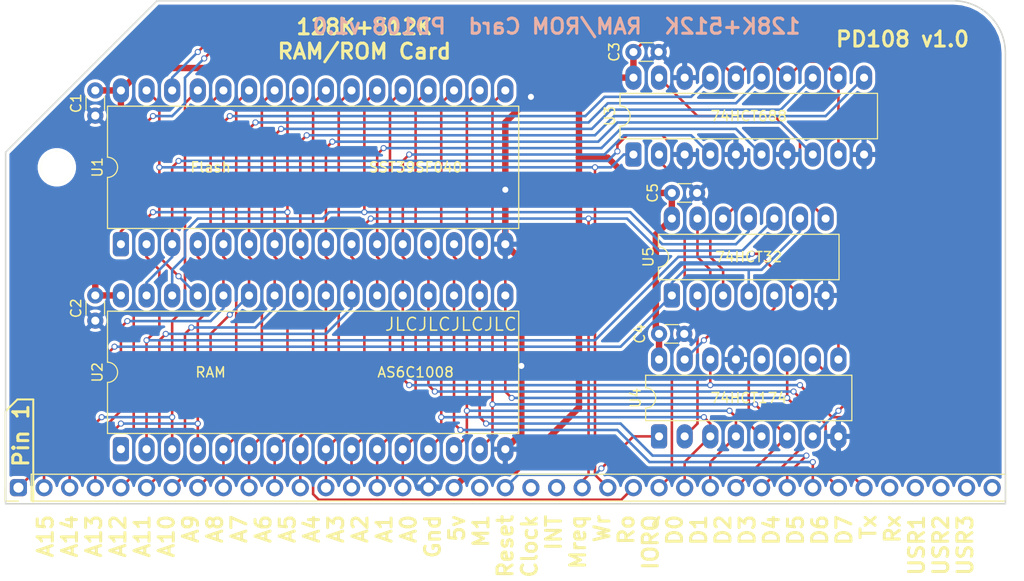
<source format=kicad_pcb>
(kicad_pcb (version 20171130) (host pcbnew "(5.1.9)-1")
  (layers (0 F.Cu signal) (31 B.Cu signal) (36 B.SilkS user) (37 F.SilkS user) (38 B.Mask user) (39 F.Mask user) (44 Edge.Cuts user))
  (net 0 "")
  (net 1 GND)
  (net 2 "Net-(J1-Pad39)")
  (net 3 "Net-(J1-Pad38)")
  (net 4 "Net-(J1-Pad37)")
  (net 5 "Net-(J1-Pad36)")
  (net 6 "Net-(J1-Pad35)")
  (net 7 D7)
  (net 8 D6)
  (net 9 D5)
  (net 10 D4)
  (net 11 D3)
  (net 12 D2)
  (net 13 D1)
  (net 14 D0)
  (net 15 ~IOREQ)
  (net 16 ~RD)
  (net 17 ~WR)
  (net 18 ~RESET)
  (net 19 +5V)
  (net 20 A0)
  (net 21 A1)
  (net 22 A2)
  (net 23 A3)
  (net 24 A4)
  (net 25 A5)
  (net 26 A6)
  (net 27 A7)
  (net 28 "Net-(J1-Pad22)")
  (net 29 "Net-(J1-Pad21)")
  (net 30 ~MREQ)
  (net 31 "Net-(J1-Pad19)")
  (net 32 A8)
  (net 33 A9)
  (net 34 A10)
  (net 35 A11)
  (net 36 A12)
  (net 37 A13)
  (net 38 A14)
  (net 39 A15)
  (net 40 MEM_A17)
  (net 41 ~ROM_CS)
  (net 42 MEM_A15)
  (net 43 MEM_A16)
  (net 44 MEM_A18)
  (net 45 "Net-(U2-Pad1)")
  (net 46 "Net-(U4-Pad12)")
  (net 47 /~CFG_CS)
  (net 48 /~ROM_EN)
  (net 49 /MEM_A16')
  (net 50 /MEM_A15')
  (net 51 /~LMREQ)
  (module Connector_PinHeader_2.54mm:PinHeader_1x39_P2.54mm_Vertical (layer F.Cu) (at 153.67 149.86 90)
    (fp_text reference J1 hide)
    (fp_text value RC2014)
    (pad 39 thru_hole oval (at 0 96.52 90) (size 1.7 1.7) (drill 1) (layers *.Cu *.Mask) (net 2 "Net-(J1-Pad39)"))
    (pad 38 thru_hole oval (at 0 93.98 90) (size 1.7 1.7) (drill 1) (layers *.Cu *.Mask) (net 3 "Net-(J1-Pad38)"))
    (pad 37 thru_hole oval (at 0 91.44 90) (size 1.7 1.7) (drill 1) (layers *.Cu *.Mask) (net 4 "Net-(J1-Pad37)"))
    (pad 36 thru_hole oval (at 0 88.9 90) (size 1.7 1.7) (drill 1) (layers *.Cu *.Mask) (net 5 "Net-(J1-Pad36)"))
    (pad 35 thru_hole oval (at 0 86.36 90) (size 1.7 1.7) (drill 1) (layers *.Cu *.Mask) (net 6 "Net-(J1-Pad35)"))
    (pad 34 thru_hole oval (at 0 83.82 90) (size 1.7 1.7) (drill 1) (layers *.Cu *.Mask) (net 7 D7))
    (pad 33 thru_hole oval (at 0 81.28 90) (size 1.7 1.7) (drill 1) (layers *.Cu *.Mask) (net 8 D6))
    (pad 32 thru_hole oval (at 0 78.74 90) (size 1.7 1.7) (drill 1) (layers *.Cu *.Mask) (net 9 D5))
    (pad 31 thru_hole oval (at 0 76.2 90) (size 1.7 1.7) (drill 1) (layers *.Cu *.Mask) (net 10 D4))
    (pad 30 thru_hole oval (at 0 73.66 90) (size 1.7 1.7) (drill 1) (layers *.Cu *.Mask) (net 11 D3))
    (pad 29 thru_hole oval (at 0 71.12 90) (size 1.7 1.7) (drill 1) (layers *.Cu *.Mask) (net 12 D2))
    (pad 28 thru_hole oval (at 0 68.58 90) (size 1.7 1.7) (drill 1) (layers *.Cu *.Mask) (net 13 D1))
    (pad 27 thru_hole oval (at 0 66.04 90) (size 1.7 1.7) (drill 1) (layers *.Cu *.Mask) (net 14 D0))
    (pad 26 thru_hole oval (at 0 63.5 90) (size 1.7 1.7) (drill 1) (layers *.Cu *.Mask) (net 15 ~IOREQ))
    (pad 25 thru_hole oval (at 0 60.96 90) (size 1.7 1.7) (drill 1) (layers *.Cu *.Mask) (net 16 ~RD))
    (pad 24 thru_hole oval (at 0 58.42 90) (size 1.7 1.7) (drill 1) (layers *.Cu *.Mask) (net 17 ~WR))
    (pad 23 thru_hole oval (at 0 55.88 90) (size 1.7 1.7) (drill 1) (layers *.Cu *.Mask) (net 30 ~MREQ))
    (pad 22 thru_hole oval (at 0 53.34 90) (size 1.7 1.7) (drill 1) (layers *.Cu *.Mask) (net 28 "Net-(J1-Pad22)"))
    (pad 21 thru_hole oval (at 0 50.8 90) (size 1.7 1.7) (drill 1) (layers *.Cu *.Mask) (net 29 "Net-(J1-Pad21)"))
    (pad 20 thru_hole oval (at 0 48.26 90) (size 1.7 1.7) (drill 1) (layers *.Cu *.Mask) (net 18 ~RESET))
    (pad 19 thru_hole oval (at 0 45.72 90) (size 1.7 1.7) (drill 1) (layers *.Cu *.Mask) (net 31 "Net-(J1-Pad19)"))
    (pad 18 thru_hole oval (at 0 43.18 90) (size 1.7 1.7) (drill 1) (layers *.Cu *.Mask) (net 19 +5V))
    (pad 17 thru_hole oval (at 0 40.64 90) (size 1.7 1.7) (drill 1) (layers *.Cu *.Mask) (net 1 GND))
    (pad 16 thru_hole oval (at 0 38.1 90) (size 1.7 1.7) (drill 1) (layers *.Cu *.Mask) (net 20 A0))
    (pad 15 thru_hole oval (at 0 35.56 90) (size 1.7 1.7) (drill 1) (layers *.Cu *.Mask) (net 21 A1))
    (pad 14 thru_hole oval (at 0 33.02 90) (size 1.7 1.7) (drill 1) (layers *.Cu *.Mask) (net 22 A2))
    (pad 13 thru_hole oval (at 0 30.48 90) (size 1.7 1.7) (drill 1) (layers *.Cu *.Mask) (net 23 A3))
    (pad 12 thru_hole oval (at 0 27.94 90) (size 1.7 1.7) (drill 1) (layers *.Cu *.Mask) (net 24 A4))
    (pad 11 thru_hole oval (at 0 25.4 90) (size 1.7 1.7) (drill 1) (layers *.Cu *.Mask) (net 25 A5))
    (pad 10 thru_hole oval (at 0 22.86 90) (size 1.7 1.7) (drill 1) (layers *.Cu *.Mask) (net 26 A6))
    (pad 9 thru_hole oval (at 0 20.32 90) (size 1.7 1.7) (drill 1) (layers *.Cu *.Mask) (net 27 A7))
    (pad 8 thru_hole oval (at 0 17.78 90) (size 1.7 1.7) (drill 1) (layers *.Cu *.Mask) (net 32 A8))
    (pad 7 thru_hole oval (at 0 15.24 90) (size 1.7 1.7) (drill 1) (layers *.Cu *.Mask) (net 33 A9))
    (pad 6 thru_hole oval (at 0 12.7 90) (size 1.7 1.7) (drill 1) (layers *.Cu *.Mask) (net 34 A10))
    (pad 5 thru_hole oval (at 0 10.16 90) (size 1.7 1.7) (drill 1) (layers *.Cu *.Mask) (net 35 A11))
    (pad 4 thru_hole oval (at 0 7.62 90) (size 1.7 1.7) (drill 1) (layers *.Cu *.Mask) (net 36 A12))
    (pad 3 thru_hole oval (at 0 5.08 90) (size 1.7 1.7) (drill 1) (layers *.Cu *.Mask) (net 37 A13))
    (pad 2 thru_hole oval (at 0 2.54 90) (size 1.7 1.7) (drill 1) (layers *.Cu *.Mask) (net 38 A14))
    (pad 1 thru_hole roundrect (at 0 0 90) (size 1.7 1.7) (drill 1) (layers *.Cu *.Mask) (net 39 A15))
  )
  (module Package_DIP:DIP-14_W7.62mm_LongPads (layer F.Cu) (at 218.44 130.81 90)
    (fp_text reference U5 (at 3.81 -2.33 90) (layer F.SilkS))
    (fp_text value 74HCT32 (at 3.81 7.62 180) (layer F.SilkS))
    (pad 14 thru_hole oval (at 7.62 0 90) (size 2.4 1.6) (drill 0.8) (layers *.Cu *.Mask) (net 19 +5V))
    (pad 7 thru_hole oval (at 0 15.24 90) (size 2.4 1.6) (drill 0.8) (layers *.Cu *.Mask) (net 1 GND))
    (pad 13 thru_hole oval (at 7.62 2.54 90) (size 2.4 1.6) (drill 0.8) (layers *.Cu *.Mask) (net 48 /~ROM_EN))
    (pad 6 thru_hole oval (at 0 12.7 90) (size 2.4 1.6) (drill 0.8) (layers *.Cu *.Mask) (net 43 MEM_A16))
    (pad 12 thru_hole oval (at 7.62 5.08 90) (size 2.4 1.6) (drill 0.8) (layers *.Cu *.Mask) (net 51 /~LMREQ))
    (pad 5 thru_hole oval (at 0 10.16 90) (size 2.4 1.6) (drill 0.8) (layers *.Cu *.Mask) (net 49 /MEM_A16'))
    (pad 11 thru_hole oval (at 7.62 7.62 90) (size 2.4 1.6) (drill 0.8) (layers *.Cu *.Mask) (net 41 ~ROM_CS))
    (pad 4 thru_hole oval (at 0 7.62 90) (size 2.4 1.6) (drill 0.8) (layers *.Cu *.Mask) (net 39 A15))
    (pad 10 thru_hole oval (at 7.62 10.16 90) (size 2.4 1.6) (drill 0.8) (layers *.Cu *.Mask) (net 30 ~MREQ))
    (pad 3 thru_hole oval (at 0 5.08 90) (size 2.4 1.6) (drill 0.8) (layers *.Cu *.Mask) (net 42 MEM_A15))
    (pad 9 thru_hole oval (at 7.62 12.7 90) (size 2.4 1.6) (drill 0.8) (layers *.Cu *.Mask) (net 39 A15))
    (pad 2 thru_hole oval (at 0 2.54 90) (size 2.4 1.6) (drill 0.8) (layers *.Cu *.Mask) (net 50 /MEM_A15'))
    (pad 8 thru_hole oval (at 7.62 15.24 90) (size 2.4 1.6) (drill 0.8) (layers *.Cu *.Mask) (net 51 /~LMREQ))
    (pad 1 thru_hole roundrect (at 0 0 90) (size 2.4 1.6) (drill 0.8) (layers *.Cu *.Mask) (net 39 A15))
  )
  (module Package_DIP:DIP-32_W15.24mm_LongPads (layer F.Cu) (at 163.83 125.73 90)
    (fp_text reference U1 (at 7.62 -2.33 90) (layer F.SilkS))
    (fp_text value SST39SF040 (at 7.62 29.21 180) (layer F.SilkS))
    (pad 32 thru_hole oval (at 15.24 0 90) (size 2.4 1.6) (drill 0.8) (layers *.Cu *.Mask) (net 19 +5V))
    (pad 16 thru_hole oval (at 0 38.1 90) (size 2.4 1.6) (drill 0.8) (layers *.Cu *.Mask) (net 1 GND))
    (pad 31 thru_hole oval (at 15.24 2.54 90) (size 2.4 1.6) (drill 0.8) (layers *.Cu *.Mask) (net 17 ~WR))
    (pad 15 thru_hole oval (at 0 35.56 90) (size 2.4 1.6) (drill 0.8) (layers *.Cu *.Mask) (net 12 D2))
    (pad 30 thru_hole oval (at 15.24 5.08 90) (size 2.4 1.6) (drill 0.8) (layers *.Cu *.Mask) (net 40 MEM_A17))
    (pad 14 thru_hole oval (at 0 33.02 90) (size 2.4 1.6) (drill 0.8) (layers *.Cu *.Mask) (net 13 D1))
    (pad 29 thru_hole oval (at 15.24 7.62 90) (size 2.4 1.6) (drill 0.8) (layers *.Cu *.Mask) (net 38 A14))
    (pad 13 thru_hole oval (at 0 30.48 90) (size 2.4 1.6) (drill 0.8) (layers *.Cu *.Mask) (net 14 D0))
    (pad 28 thru_hole oval (at 15.24 10.16 90) (size 2.4 1.6) (drill 0.8) (layers *.Cu *.Mask) (net 37 A13))
    (pad 12 thru_hole oval (at 0 27.94 90) (size 2.4 1.6) (drill 0.8) (layers *.Cu *.Mask) (net 20 A0))
    (pad 27 thru_hole oval (at 15.24 12.7 90) (size 2.4 1.6) (drill 0.8) (layers *.Cu *.Mask) (net 32 A8))
    (pad 11 thru_hole oval (at 0 25.4 90) (size 2.4 1.6) (drill 0.8) (layers *.Cu *.Mask) (net 21 A1))
    (pad 26 thru_hole oval (at 15.24 15.24 90) (size 2.4 1.6) (drill 0.8) (layers *.Cu *.Mask) (net 33 A9))
    (pad 10 thru_hole oval (at 0 22.86 90) (size 2.4 1.6) (drill 0.8) (layers *.Cu *.Mask) (net 22 A2))
    (pad 25 thru_hole oval (at 15.24 17.78 90) (size 2.4 1.6) (drill 0.8) (layers *.Cu *.Mask) (net 35 A11))
    (pad 9 thru_hole oval (at 0 20.32 90) (size 2.4 1.6) (drill 0.8) (layers *.Cu *.Mask) (net 23 A3))
    (pad 24 thru_hole oval (at 15.24 20.32 90) (size 2.4 1.6) (drill 0.8) (layers *.Cu *.Mask) (net 16 ~RD))
    (pad 8 thru_hole oval (at 0 17.78 90) (size 2.4 1.6) (drill 0.8) (layers *.Cu *.Mask) (net 24 A4))
    (pad 23 thru_hole oval (at 15.24 22.86 90) (size 2.4 1.6) (drill 0.8) (layers *.Cu *.Mask) (net 34 A10))
    (pad 7 thru_hole oval (at 0 15.24 90) (size 2.4 1.6) (drill 0.8) (layers *.Cu *.Mask) (net 25 A5))
    (pad 22 thru_hole oval (at 15.24 25.4 90) (size 2.4 1.6) (drill 0.8) (layers *.Cu *.Mask) (net 41 ~ROM_CS))
    (pad 6 thru_hole oval (at 0 12.7 90) (size 2.4 1.6) (drill 0.8) (layers *.Cu *.Mask) (net 26 A6))
    (pad 21 thru_hole oval (at 15.24 27.94 90) (size 2.4 1.6) (drill 0.8) (layers *.Cu *.Mask) (net 7 D7))
    (pad 5 thru_hole oval (at 0 10.16 90) (size 2.4 1.6) (drill 0.8) (layers *.Cu *.Mask) (net 27 A7))
    (pad 20 thru_hole oval (at 15.24 30.48 90) (size 2.4 1.6) (drill 0.8) (layers *.Cu *.Mask) (net 8 D6))
    (pad 4 thru_hole oval (at 0 7.62 90) (size 2.4 1.6) (drill 0.8) (layers *.Cu *.Mask) (net 36 A12))
    (pad 19 thru_hole oval (at 15.24 33.02 90) (size 2.4 1.6) (drill 0.8) (layers *.Cu *.Mask) (net 9 D5))
    (pad 3 thru_hole oval (at 0 5.08 90) (size 2.4 1.6) (drill 0.8) (layers *.Cu *.Mask) (net 42 MEM_A15))
    (pad 18 thru_hole oval (at 15.24 35.56 90) (size 2.4 1.6) (drill 0.8) (layers *.Cu *.Mask) (net 10 D4))
    (pad 2 thru_hole oval (at 0 2.54 90) (size 2.4 1.6) (drill 0.8) (layers *.Cu *.Mask) (net 43 MEM_A16))
    (pad 17 thru_hole oval (at 15.24 38.1 90) (size 2.4 1.6) (drill 0.8) (layers *.Cu *.Mask) (net 11 D3))
    (pad 1 thru_hole roundrect (at 0 0 90) (size 2.4 1.6) (drill 0.8) (layers *.Cu *.Mask) (net 44 MEM_A18))
  )
  (module Package_DIP:DIP-16_W7.62mm_LongPads (layer F.Cu) (at 217.17 144.78 90)
    (fp_text reference U4 (at 3.81 -2.33 90) (layer F.SilkS))
    (fp_text value 74HCT174 (at 3.81 8.89 180) (layer F.SilkS))
    (pad 16 thru_hole oval (at 7.62 0 90) (size 2.4 1.6) (drill 0.8) (layers *.Cu *.Mask) (net 19 +5V))
    (pad 8 thru_hole oval (at 0 17.78 90) (size 2.4 1.6) (drill 0.8) (layers *.Cu *.Mask) (net 1 GND))
    (pad 15 thru_hole oval (at 7.62 2.54 90) (size 2.4 1.6) (drill 0.8) (layers *.Cu *.Mask) (net 48 /~ROM_EN))
    (pad 7 thru_hole oval (at 0 15.24 90) (size 2.4 1.6) (drill 0.8) (layers *.Cu *.Mask) (net 40 MEM_A17))
    (pad 14 thru_hole oval (at 7.62 5.08 90) (size 2.4 1.6) (drill 0.8) (layers *.Cu *.Mask) (net 7 D7))
    (pad 6 thru_hole oval (at 0 12.7 90) (size 2.4 1.6) (drill 0.8) (layers *.Cu *.Mask) (net 12 D2))
    (pad 13 thru_hole oval (at 7.62 7.62 90) (size 2.4 1.6) (drill 0.8) (layers *.Cu *.Mask) (net 1 GND))
    (pad 5 thru_hole oval (at 0 10.16 90) (size 2.4 1.6) (drill 0.8) (layers *.Cu *.Mask) (net 49 /MEM_A16'))
    (pad 12 thru_hole oval (at 7.62 10.16 90) (size 2.4 1.6) (drill 0.8) (layers *.Cu *.Mask) (net 46 "Net-(U4-Pad12)"))
    (pad 4 thru_hole oval (at 0 7.62 90) (size 2.4 1.6) (drill 0.8) (layers *.Cu *.Mask) (net 13 D1))
    (pad 11 thru_hole oval (at 7.62 12.7 90) (size 2.4 1.6) (drill 0.8) (layers *.Cu *.Mask) (net 11 D3))
    (pad 3 thru_hole oval (at 0 5.08 90) (size 2.4 1.6) (drill 0.8) (layers *.Cu *.Mask) (net 14 D0))
    (pad 10 thru_hole oval (at 7.62 15.24 90) (size 2.4 1.6) (drill 0.8) (layers *.Cu *.Mask) (net 44 MEM_A18))
    (pad 2 thru_hole oval (at 0 2.54 90) (size 2.4 1.6) (drill 0.8) (layers *.Cu *.Mask) (net 50 /MEM_A15'))
    (pad 9 thru_hole oval (at 7.62 17.78 90) (size 2.4 1.6) (drill 0.8) (layers *.Cu *.Mask) (net 47 /~CFG_CS))
    (pad 1 thru_hole roundrect (at 0 0 90) (size 2.4 1.6) (drill 0.8) (layers *.Cu *.Mask) (net 18 ~RESET))
  )
  (module Package_DIP:DIP-20_W7.62mm_LongPads (layer F.Cu) (at 214.63 116.84 90)
    (fp_text reference U3 (at 3.81 -2.33 90) (layer F.SilkS))
    (fp_text value 74HCT688 (at 3.81 11.43 180) (layer F.SilkS))
    (pad 20 thru_hole oval (at 7.62 0 90) (size 2.4 1.6) (drill 0.8) (layers *.Cu *.Mask) (net 19 +5V))
    (pad 10 thru_hole oval (at 0 22.86 90) (size 2.4 1.6) (drill 0.8) (layers *.Cu *.Mask) (net 1 GND))
    (pad 19 thru_hole oval (at 7.62 2.54 90) (size 2.4 1.6) (drill 0.8) (layers *.Cu *.Mask) (net 47 /~CFG_CS))
    (pad 9 thru_hole oval (at 0 20.32 90) (size 2.4 1.6) (drill 0.8) (layers *.Cu *.Mask) (net 19 +5V))
    (pad 18 thru_hole oval (at 7.62 5.08 90) (size 2.4 1.6) (drill 0.8) (layers *.Cu *.Mask) (net 1 GND))
    (pad 8 thru_hole oval (at 0 17.78 90) (size 2.4 1.6) (drill 0.8) (layers *.Cu *.Mask) (net 23 A3))
    (pad 17 thru_hole oval (at 7.62 7.62 90) (size 2.4 1.6) (drill 0.8) (layers *.Cu *.Mask) (net 27 A7))
    (pad 7 thru_hole oval (at 0 15.24 90) (size 2.4 1.6) (drill 0.8) (layers *.Cu *.Mask) (net 1 GND))
    (pad 16 thru_hole oval (at 7.62 10.16 90) (size 2.4 1.6) (drill 0.8) (layers *.Cu *.Mask) (net 19 +5V))
    (pad 6 thru_hole oval (at 0 12.7 90) (size 2.4 1.6) (drill 0.8) (layers *.Cu *.Mask) (net 21 A1))
    (pad 15 thru_hole oval (at 7.62 12.7 90) (size 2.4 1.6) (drill 0.8) (layers *.Cu *.Mask) (net 26 A6))
    (pad 5 thru_hole oval (at 0 10.16 90) (size 2.4 1.6) (drill 0.8) (layers *.Cu *.Mask) (net 1 GND))
    (pad 14 thru_hole oval (at 7.62 15.24 90) (size 2.4 1.6) (drill 0.8) (layers *.Cu *.Mask) (net 19 +5V))
    (pad 4 thru_hole oval (at 0 7.62 90) (size 2.4 1.6) (drill 0.8) (layers *.Cu *.Mask) (net 20 A0))
    (pad 13 thru_hole oval (at 7.62 17.78 90) (size 2.4 1.6) (drill 0.8) (layers *.Cu *.Mask) (net 25 A5))
    (pad 3 thru_hole oval (at 0 5.08 90) (size 2.4 1.6) (drill 0.8) (layers *.Cu *.Mask) (net 1 GND))
    (pad 12 thru_hole oval (at 7.62 20.32 90) (size 2.4 1.6) (drill 0.8) (layers *.Cu *.Mask) (net 19 +5V))
    (pad 2 thru_hole oval (at 0 2.54 90) (size 2.4 1.6) (drill 0.8) (layers *.Cu *.Mask) (net 15 ~IOREQ))
    (pad 11 thru_hole oval (at 7.62 22.86 90) (size 2.4 1.6) (drill 0.8) (layers *.Cu *.Mask) (net 24 A4))
    (pad 1 thru_hole roundrect (at 0 0 90) (size 2.4 1.6) (drill 0.8) (layers *.Cu *.Mask) (net 17 ~WR))
  )
  (module Package_DIP:DIP-32_W15.24mm_LongPads (layer F.Cu) (at 163.83 146.05 90)
    (fp_text reference U2 (at 7.62 -2.33 90) (layer F.SilkS))
    (fp_text value AS6C1008 (at 7.62 29.21 180) (layer F.SilkS))
    (pad 32 thru_hole oval (at 15.24 0 90) (size 2.4 1.6) (drill 0.8) (layers *.Cu *.Mask) (net 19 +5V))
    (pad 16 thru_hole oval (at 0 38.1 90) (size 2.4 1.6) (drill 0.8) (layers *.Cu *.Mask) (net 1 GND))
    (pad 31 thru_hole oval (at 15.24 2.54 90) (size 2.4 1.6) (drill 0.8) (layers *.Cu *.Mask) (net 42 MEM_A15))
    (pad 15 thru_hole oval (at 0 35.56 90) (size 2.4 1.6) (drill 0.8) (layers *.Cu *.Mask) (net 12 D2))
    (pad 30 thru_hole oval (at 15.24 5.08 90) (size 2.4 1.6) (drill 0.8) (layers *.Cu *.Mask) (net 41 ~ROM_CS))
    (pad 14 thru_hole oval (at 0 33.02 90) (size 2.4 1.6) (drill 0.8) (layers *.Cu *.Mask) (net 13 D1))
    (pad 29 thru_hole oval (at 15.24 7.62 90) (size 2.4 1.6) (drill 0.8) (layers *.Cu *.Mask) (net 17 ~WR))
    (pad 13 thru_hole oval (at 0 30.48 90) (size 2.4 1.6) (drill 0.8) (layers *.Cu *.Mask) (net 14 D0))
    (pad 28 thru_hole oval (at 15.24 10.16 90) (size 2.4 1.6) (drill 0.8) (layers *.Cu *.Mask) (net 37 A13))
    (pad 12 thru_hole oval (at 0 27.94 90) (size 2.4 1.6) (drill 0.8) (layers *.Cu *.Mask) (net 20 A0))
    (pad 27 thru_hole oval (at 15.24 12.7 90) (size 2.4 1.6) (drill 0.8) (layers *.Cu *.Mask) (net 32 A8))
    (pad 11 thru_hole oval (at 0 25.4 90) (size 2.4 1.6) (drill 0.8) (layers *.Cu *.Mask) (net 21 A1))
    (pad 26 thru_hole oval (at 15.24 15.24 90) (size 2.4 1.6) (drill 0.8) (layers *.Cu *.Mask) (net 33 A9))
    (pad 10 thru_hole oval (at 0 22.86 90) (size 2.4 1.6) (drill 0.8) (layers *.Cu *.Mask) (net 22 A2))
    (pad 25 thru_hole oval (at 15.24 17.78 90) (size 2.4 1.6) (drill 0.8) (layers *.Cu *.Mask) (net 35 A11))
    (pad 9 thru_hole oval (at 0 20.32 90) (size 2.4 1.6) (drill 0.8) (layers *.Cu *.Mask) (net 23 A3))
    (pad 24 thru_hole oval (at 15.24 20.32 90) (size 2.4 1.6) (drill 0.8) (layers *.Cu *.Mask) (net 16 ~RD))
    (pad 8 thru_hole oval (at 0 17.78 90) (size 2.4 1.6) (drill 0.8) (layers *.Cu *.Mask) (net 24 A4))
    (pad 23 thru_hole oval (at 15.24 22.86 90) (size 2.4 1.6) (drill 0.8) (layers *.Cu *.Mask) (net 34 A10))
    (pad 7 thru_hole oval (at 0 15.24 90) (size 2.4 1.6) (drill 0.8) (layers *.Cu *.Mask) (net 25 A5))
    (pad 22 thru_hole oval (at 15.24 25.4 90) (size 2.4 1.6) (drill 0.8) (layers *.Cu *.Mask) (net 30 ~MREQ))
    (pad 6 thru_hole oval (at 0 12.7 90) (size 2.4 1.6) (drill 0.8) (layers *.Cu *.Mask) (net 26 A6))
    (pad 21 thru_hole oval (at 15.24 27.94 90) (size 2.4 1.6) (drill 0.8) (layers *.Cu *.Mask) (net 7 D7))
    (pad 5 thru_hole oval (at 0 10.16 90) (size 2.4 1.6) (drill 0.8) (layers *.Cu *.Mask) (net 27 A7))
    (pad 20 thru_hole oval (at 15.24 30.48 90) (size 2.4 1.6) (drill 0.8) (layers *.Cu *.Mask) (net 8 D6))
    (pad 4 thru_hole oval (at 0 7.62 90) (size 2.4 1.6) (drill 0.8) (layers *.Cu *.Mask) (net 36 A12))
    (pad 19 thru_hole oval (at 15.24 33.02 90) (size 2.4 1.6) (drill 0.8) (layers *.Cu *.Mask) (net 9 D5))
    (pad 3 thru_hole oval (at 0 5.08 90) (size 2.4 1.6) (drill 0.8) (layers *.Cu *.Mask) (net 38 A14))
    (pad 18 thru_hole oval (at 15.24 35.56 90) (size 2.4 1.6) (drill 0.8) (layers *.Cu *.Mask) (net 10 D4))
    (pad 2 thru_hole oval (at 0 2.54 90) (size 2.4 1.6) (drill 0.8) (layers *.Cu *.Mask) (net 43 MEM_A16))
    (pad 17 thru_hole oval (at 15.24 38.1 90) (size 2.4 1.6) (drill 0.8) (layers *.Cu *.Mask) (net 11 D3))
    (pad 1 thru_hole roundrect (at 0 0 90) (size 2.4 1.6) (drill 0.8) (layers *.Cu *.Mask) (net 45 "Net-(U2-Pad1)"))
  )
  (module Capacitor_THT:C_Disc_D3.0mm_W1.6mm_P2.50mm (layer F.Cu) (at 220.94 120.65 180)
    (fp_text reference C5 (at 4.405 0 90) (layer F.SilkS))
    (fp_text value 0.1uF)
    (pad 2 thru_hole circle (at 2.5 0 180) (size 1.6 1.6) (drill 0.8) (layers *.Cu *.Mask) (net 19 +5V))
    (pad 1 thru_hole circle (at 0 0 180) (size 1.6 1.6) (drill 0.8) (layers *.Cu *.Mask) (net 1 GND))
  )
  (module Capacitor_THT:C_Disc_D3.0mm_W1.6mm_P2.50mm (layer F.Cu) (at 219.67 134.62 180)
    (fp_text reference C4 (at 4.405 0 90) (layer F.SilkS))
    (fp_text value 0.1uF)
    (pad 2 thru_hole circle (at 2.5 0 180) (size 1.6 1.6) (drill 0.8) (layers *.Cu *.Mask) (net 19 +5V))
    (pad 1 thru_hole circle (at 0 0 180) (size 1.6 1.6) (drill 0.8) (layers *.Cu *.Mask) (net 1 GND))
  )
  (module Capacitor_THT:C_Disc_D3.0mm_W1.6mm_P2.50mm (layer F.Cu) (at 217.13 106.68 180)
    (fp_text reference C3 (at 4.405 0 90) (layer F.SilkS))
    (fp_text value 0.1uF)
    (pad 2 thru_hole circle (at 2.5 0 180) (size 1.6 1.6) (drill 0.8) (layers *.Cu *.Mask) (net 19 +5V))
    (pad 1 thru_hole circle (at 0 0 180) (size 1.6 1.6) (drill 0.8) (layers *.Cu *.Mask) (net 1 GND))
  )
  (module Capacitor_THT:C_Disc_D3.0mm_W1.6mm_P2.50mm (layer F.Cu) (at 161.29 130.81 270)
    (fp_text reference C2 (at 1.27 1.905 90) (layer F.SilkS))
    (fp_text value 0.1uF)
    (pad 2 thru_hole circle (at 2.5 0 270) (size 1.6 1.6) (drill 0.8) (layers *.Cu *.Mask) (net 1 GND))
    (pad 1 thru_hole circle (at 0 0 270) (size 1.6 1.6) (drill 0.8) (layers *.Cu *.Mask) (net 19 +5V))
  )
  (module Capacitor_THT:C_Disc_D3.0mm_W1.6mm_P2.50mm (layer F.Cu) (at 161.29 110.49 270)
    (fp_text reference C1 (at 1.27 1.905 90) (layer F.SilkS))
    (fp_text value 0.1uF)
    (pad 2 thru_hole circle (at 2.5 0 270) (size 1.6 1.6) (drill 0.8) (layers *.Cu *.Mask) (net 1 GND))
    (pad 1 thru_hole circle (at 0 0 270) (size 1.6 1.6) (drill 0.8) (layers *.Cu *.Mask) (net 19 +5V))
  )
  (module Mounting_Holes:MountingHole_3.2mm_M3 (layer F.Cu) (at 157.48 118.11)
    (fp_text reference "" hide)
    (fp_text value "" hide)
    (pad "" np_thru_hole circle (at 0 0) (size 3.2 3.2) (drill 3.2) (layers *.Cu *.Mask F.SilkS))
  )
  (gr_text "PD108 v1.0" (at 241.3 105.41) (layer F.SilkS) (effects (font (size 1.5 1.5) (thickness 0.3))))
  (gr_text RAM (at 172.72 138.43) (layer F.SilkS) (effects (font (size 1 1))))
  (gr_text Flash (at 172.72 118.11) (layer F.SilkS) (effects (font (size 1 1))))
  (gr_text JLCJLCJLCJLC (at 196.5325 133.6675) (layer F.SilkS) (effects (font (size 1.27 1.27))))
  (gr_text "128K+512K  RAM/ROM Card  PD108 v1.0" (at 207.01 104.14) (layer B.SilkS) (effects (font (size 1.5 1.5) (thickness 0.3)) (justify mirror)))
  (gr_text "128K+512K\nRAM/ROM Card" (at 187.96 105.41) (layer F.SilkS) (effects (font (size 1.5 1.5) (thickness 0.3))))
  (gr_line (start 167.4114 101.6) (end 152.4 116.6114) (angle 90) (layer Edge.Cuts) (width 0.15))
  (gr_line (start 246.3198 101.6) (end 167.4114 101.6) (angle 90) (layer Edge.Cuts) (width 0.15))
  (gr_text "A15\nA14\nA13\nA12\nA11\nA10\nA9\nA8\nA7\nA6\nA5\nA4\nA3\nA2\nA1\nA0\nGnd\n5v\nM1\nReset\nClock\nINT\nMreq\nWr\nRo\nIORQ\nD0\nD1\nD2\nD3\nD4\nD5\nD6\nD7\nTx\nRx\nUSR1\nUSR2\nUSR3" (at 201.93 152.4 90) (layer F.SilkS) (effects (font (size 1.49 1.5) (thickness 0.3)) (justify right)))
  (gr_line (start 155.1432 141.11478) (end 155.1432 151.22652) (angle 90) (layer F.SilkS) (width 0.2))
  (gr_line (start 153.57348 141.11478) (end 155.1432 141.11478) (angle 90) (layer F.SilkS) (width 0.2))
  (gr_line (start 152.39238 142.29588) (end 153.57348 141.11478) (angle 90) (layer F.SilkS) (width 0.2))
  (gr_line (start 152.39238 151.22652) (end 152.39238 142.29588) (angle 90) (layer F.SilkS) (width 0.2))
  (gr_text "Pin 1" (at 153.92908 144.69618 90) (layer F.SilkS) (effects (font (size 1.5 1.5) (thickness 0.3))))
  (gr_line (start 251.5014 106.78) (end 251.5014 151.4602) (angle 90) (layer Edge.Cuts) (width 0.15))
  (gr_arc (start 246.3198 106.78) (end 246.3198 101.6) (angle 90) (layer Edge.Cuts) (width 0.15))
  (gr_line (start 152.4 116.6114) (end 152.4 151.4602) (angle 90) (layer Edge.Cuts) (width 0.15))
  (gr_line (start 152.4 151.4602) (end 251.5014 151.4602) (angle 90) (layer Edge.Cuts) (width 0.15))
  (segment (start 194.31 149.86) (end 195.326 149.86) (width 0.635) (layer B.Cu) (net 1))
  (segment (start 194.31 149.86) (end 193.294 149.86) (width 0.635) (layer B.Cu) (net 1))
  (via (at 204.47 111.125) (size 0.9) (drill 0.6) (layers F.Cu B.Cu) (net 1))
  (via (at 201.93 120.332494) (size 0.9) (drill 0.6) (layers F.Cu B.Cu) (net 1))
  (segment (start 201.93 113.665) (end 201.93 120.332494) (width 0.635) (layer F.Cu) (net 1))
  (segment (start 201.93 125.73) (end 201.93 120.332494) (width 0.635) (layer F.Cu) (net 1))
  (segment (start 204.47 111.125) (end 201.93 113.665) (width 0.635) (layer F.Cu) (net 1))
  (via (at 203.5175 137.795) (size 0.9) (drill 0.6) (layers F.Cu B.Cu) (net 1))
  (segment (start 203.5175 127.3175) (end 203.5175 137.795) (width 0.635) (layer F.Cu) (net 1))
  (segment (start 201.93 146.05) (end 203.5175 144.4625) (width 0.635) (layer F.Cu) (net 1))
  (segment (start 203.5175 144.4625) (end 203.5175 137.795) (width 0.635) (layer F.Cu) (net 1))
  (segment (start 201.93 125.73) (end 203.5175 127.3175) (width 0.635) (layer F.Cu) (net 1))
  (segment (start 191.77 130.81) (end 191.77 128.27) (width 0.254) (layer F.Cu) (net 7))
  (segment (start 191.77 128.27) (end 190.5 127) (width 0.254) (layer F.Cu) (net 7))
  (segment (start 190.5 111.76) (end 191.77 110.49) (width 0.254) (layer F.Cu) (net 7))
  (segment (start 190.5 127) (end 190.5 111.76) (width 0.254) (layer F.Cu) (net 7))
  (via (at 231.14 139.7) (size 0.6) (drill 0.4) (layers F.Cu B.Cu) (net 7))
  (via (at 192.405 139.7) (size 0.6) (drill 0.4) (layers F.Cu B.Cu) (net 7))
  (segment (start 192.405 139.7) (end 191.77 139.065) (width 0.254) (layer F.Cu) (net 7))
  (segment (start 191.77 139.065) (end 191.77 130.81) (width 0.254) (layer F.Cu) (net 7))
  (segment (start 234.315 142.875) (end 231.14 139.7) (width 0.254) (layer F.Cu) (net 7))
  (segment (start 235.585 142.875) (end 234.315 142.875) (width 0.254) (layer F.Cu) (net 7))
  (segment (start 236.22 148.59) (end 236.22 143.51) (width 0.254) (layer F.Cu) (net 7))
  (segment (start 236.22 143.51) (end 235.585 142.875) (width 0.254) (layer F.Cu) (net 7))
  (segment (start 237.49 149.86) (end 236.22 148.59) (width 0.254) (layer F.Cu) (net 7))
  (via (at 222.25 139.7) (size 0.6) (drill 0.4) (layers F.Cu B.Cu) (net 7))
  (segment (start 222.25 137.16) (end 222.25 139.7) (width 0.254) (layer F.Cu) (net 7))
  (segment (start 222.25 139.7) (end 192.405 139.7) (width 0.254) (layer B.Cu) (net 7))
  (segment (start 231.14 139.7) (end 222.25 139.7) (width 0.254) (layer B.Cu) (net 7))
  (segment (start 194.31 130.81) (end 194.31 128.27) (width 0.254) (layer F.Cu) (net 8))
  (segment (start 194.31 128.27) (end 193.04 127) (width 0.254) (layer F.Cu) (net 8))
  (segment (start 193.04 111.76) (end 194.31 110.49) (width 0.254) (layer F.Cu) (net 8))
  (segment (start 193.04 127) (end 193.04 111.76) (width 0.254) (layer F.Cu) (net 8))
  (segment (start 234.95 149.86) (end 233.68 148.59) (width 0.254) (layer F.Cu) (net 8))
  (via (at 230.505 140.335) (size 0.6) (drill 0.4) (layers F.Cu B.Cu) (net 8))
  (segment (start 233.68 143.51) (end 230.505 140.335) (width 0.254) (layer F.Cu) (net 8))
  (segment (start 233.68 148.59) (end 233.68 143.51) (width 0.254) (layer F.Cu) (net 8))
  (via (at 194.945 140.335) (size 0.6) (drill 0.4) (layers F.Cu B.Cu) (net 8))
  (segment (start 230.505 140.335) (end 194.945 140.335) (width 0.254) (layer B.Cu) (net 8))
  (segment (start 194.945 140.335) (end 194.31 139.7) (width 0.254) (layer F.Cu) (net 8))
  (segment (start 194.31 139.7) (end 194.31 130.81) (width 0.254) (layer F.Cu) (net 8))
  (segment (start 196.85 130.81) (end 196.85 128.27) (width 0.254) (layer F.Cu) (net 9))
  (segment (start 196.85 128.27) (end 195.58 127) (width 0.254) (layer F.Cu) (net 9))
  (segment (start 195.58 111.76) (end 196.85 110.49) (width 0.254) (layer F.Cu) (net 9))
  (segment (start 195.58 127) (end 195.58 111.76) (width 0.254) (layer F.Cu) (net 9))
  (via (at 232.41 147.32) (size 0.6) (drill 0.4) (layers F.Cu B.Cu) (net 9))
  (segment (start 232.41 149.86) (end 232.41 147.32) (width 0.254) (layer F.Cu) (net 9))
  (via (at 197.485 144.145) (size 0.6) (drill 0.4) (layers F.Cu B.Cu) (net 9))
  (segment (start 197.485 144.145) (end 196.85 143.51) (width 0.254) (layer F.Cu) (net 9))
  (segment (start 196.85 143.51) (end 196.85 130.81) (width 0.254) (layer F.Cu) (net 9))
  (segment (start 213.0425 144.145) (end 197.485 144.145) (width 0.254) (layer B.Cu) (net 9))
  (segment (start 216.2175 147.32) (end 213.0425 144.145) (width 0.254) (layer B.Cu) (net 9))
  (segment (start 232.41 147.32) (end 216.2175 147.32) (width 0.254) (layer B.Cu) (net 9))
  (segment (start 199.39 130.81) (end 199.39 128.27) (width 0.254) (layer F.Cu) (net 10))
  (segment (start 199.39 128.27) (end 198.12 127) (width 0.254) (layer F.Cu) (net 10))
  (segment (start 198.12 111.76) (end 199.39 110.49) (width 0.254) (layer F.Cu) (net 10))
  (segment (start 198.12 127) (end 198.12 111.76) (width 0.254) (layer F.Cu) (net 10))
  (via (at 231.775 146.685) (size 0.6) (drill 0.4) (layers F.Cu B.Cu) (net 10))
  (segment (start 229.87 148.59) (end 231.775 146.685) (width 0.254) (layer F.Cu) (net 10))
  (segment (start 229.87 149.86) (end 229.87 148.59) (width 0.254) (layer F.Cu) (net 10))
  (segment (start 231.775 146.685) (end 216.535 146.685) (width 0.254) (layer B.Cu) (net 10))
  (segment (start 216.535 146.685) (end 213.36 143.51) (width 0.254) (layer B.Cu) (net 10))
  (via (at 200.025 143.51) (size 0.6) (drill 0.4) (layers F.Cu B.Cu) (net 10))
  (segment (start 213.36 143.51) (end 200.025 143.51) (width 0.254) (layer B.Cu) (net 10))
  (segment (start 200.025 143.51) (end 199.39 142.875) (width 0.254) (layer F.Cu) (net 10))
  (segment (start 199.39 142.875) (end 199.39 130.81) (width 0.254) (layer F.Cu) (net 10))
  (segment (start 201.93 130.81) (end 201.93 128.27) (width 0.254) (layer F.Cu) (net 11))
  (segment (start 201.93 128.27) (end 200.66 127) (width 0.254) (layer F.Cu) (net 11))
  (segment (start 200.66 111.76) (end 201.93 110.49) (width 0.254) (layer F.Cu) (net 11))
  (segment (start 200.66 127) (end 200.66 111.76) (width 0.254) (layer F.Cu) (net 11))
  (via (at 202.565 140.97) (size 0.6) (drill 0.4) (layers F.Cu B.Cu) (net 11))
  (segment (start 201.93 140.335) (end 201.93 130.81) (width 0.254) (layer F.Cu) (net 11))
  (segment (start 202.565 140.97) (end 201.93 140.335) (width 0.254) (layer F.Cu) (net 11))
  (via (at 229.87 140.97) (size 0.6) (drill 0.4) (layers F.Cu B.Cu) (net 11))
  (segment (start 231.14 142.24) (end 229.87 140.97) (width 0.254) (layer F.Cu) (net 11))
  (segment (start 202.565 140.97) (end 229.87 140.97) (width 0.254) (layer B.Cu) (net 11))
  (segment (start 229.87 137.16) (end 229.87 140.97) (width 0.254) (layer F.Cu) (net 11))
  (segment (start 227.33 149.86) (end 231.14 146.05) (width 0.254) (layer F.Cu) (net 11))
  (segment (start 231.14 146.05) (end 231.14 142.24) (width 0.254) (layer F.Cu) (net 11))
  (segment (start 227.965 146.685) (end 229.87 144.78) (width 0.254) (layer F.Cu) (net 12))
  (segment (start 224.79 149.86) (end 227.965 146.685) (width 0.254) (layer F.Cu) (net 12))
  (segment (start 199.39 127.184) (end 200.66 128.454) (width 0.254) (layer F.Cu) (net 12))
  (segment (start 199.39 125.73) (end 199.39 127.184) (width 0.254) (layer F.Cu) (net 12))
  (segment (start 199.39 146.05) (end 200.66 144.78) (width 0.254) (layer F.Cu) (net 12))
  (segment (start 200.66 144.78) (end 200.66 143.51) (width 0.254) (layer F.Cu) (net 12))
  (via (at 200.66 141.605) (size 0.6) (drill 0.4) (layers F.Cu B.Cu) (net 12))
  (segment (start 200.66 141.605) (end 200.66 143.51) (width 0.254) (layer F.Cu) (net 12))
  (segment (start 200.66 128.454) (end 200.66 141.605) (width 0.254) (layer F.Cu) (net 12))
  (via (at 226.695 141.605) (size 0.6) (drill 0.4) (layers F.Cu B.Cu) (net 12))
  (segment (start 200.66 141.605) (end 226.695 141.605) (width 0.254) (layer B.Cu) (net 12))
  (segment (start 229.87 144.78) (end 226.695 141.605) (width 0.254) (layer F.Cu) (net 12))
  (segment (start 222.25 147.32) (end 224.79 144.78) (width 0.254) (layer F.Cu) (net 13))
  (segment (start 222.25 149.86) (end 222.25 147.32) (width 0.254) (layer F.Cu) (net 13))
  (segment (start 196.85 127) (end 196.85 125.73) (width 0.254) (layer F.Cu) (net 13))
  (segment (start 198.12 144.78) (end 198.12 144.145) (width 0.254) (layer F.Cu) (net 13))
  (segment (start 198.12 128.27) (end 196.85 127) (width 0.254) (layer F.Cu) (net 13))
  (segment (start 196.85 146.05) (end 198.12 144.78) (width 0.254) (layer F.Cu) (net 13))
  (segment (start 224.79 142.875) (end 224.155 142.24) (width 0.254) (layer F.Cu) (net 13))
  (via (at 224.155 142.24) (size 0.6) (drill 0.4) (layers F.Cu B.Cu) (net 13))
  (segment (start 224.79 144.78) (end 224.79 142.875) (width 0.254) (layer F.Cu) (net 13))
  (via (at 198.12 142.24) (size 0.6) (drill 0.4) (layers F.Cu B.Cu) (net 13))
  (segment (start 224.155 142.24) (end 198.12 142.24) (width 0.254) (layer B.Cu) (net 13))
  (segment (start 198.12 142.24) (end 198.12 128.27) (width 0.254) (layer F.Cu) (net 13))
  (segment (start 198.12 144.145) (end 198.12 142.24) (width 0.254) (layer F.Cu) (net 13))
  (segment (start 219.71 147.32) (end 222.25 144.78) (width 0.254) (layer F.Cu) (net 14))
  (segment (start 219.71 149.86) (end 219.71 147.32) (width 0.254) (layer F.Cu) (net 14))
  (segment (start 194.31 127) (end 194.31 125.73) (width 0.254) (layer F.Cu) (net 14))
  (segment (start 195.58 128.27) (end 194.31 127) (width 0.254) (layer F.Cu) (net 14))
  (segment (start 195.58 144.78) (end 195.58 142.875) (width 0.254) (layer F.Cu) (net 14))
  (segment (start 194.31 146.05) (end 195.58 144.78) (width 0.254) (layer F.Cu) (net 14))
  (segment (start 195.58 142.875) (end 195.58 128.27) (width 0.254) (layer F.Cu) (net 14))
  (via (at 195.58 142.875) (size 0.6) (drill 0.4) (layers F.Cu B.Cu) (net 14))
  (via (at 221.615 142.875) (size 0.6) (drill 0.4) (layers F.Cu B.Cu) (net 14))
  (segment (start 195.58 142.875) (end 221.615 142.875) (width 0.254) (layer B.Cu) (net 14))
  (segment (start 222.25 143.51) (end 222.25 144.78) (width 0.254) (layer F.Cu) (net 14))
  (segment (start 221.615 142.875) (end 222.25 143.51) (width 0.254) (layer F.Cu) (net 14))
  (segment (start 219.71 120.015) (end 217.17 117.475) (width 0.254) (layer F.Cu) (net 15))
  (segment (start 217.17 149.86) (end 218.44 148.59) (width 0.254) (layer F.Cu) (net 15))
  (segment (start 218.44 148.59) (end 218.44 133.985) (width 0.254) (layer F.Cu) (net 15))
  (segment (start 218.44 133.985) (end 219.71 132.715) (width 0.254) (layer F.Cu) (net 15))
  (segment (start 217.17 117.475) (end 217.17 116.84) (width 0.254) (layer F.Cu) (net 15))
  (segment (start 219.71 132.715) (end 219.71 120.015) (width 0.254) (layer F.Cu) (net 15))
  (segment (start 184.15 130.81) (end 184.15 128.27) (width 0.254) (layer F.Cu) (net 16))
  (segment (start 184.15 128.27) (end 182.88 127) (width 0.254) (layer F.Cu) (net 16))
  (segment (start 182.88 111.76) (end 184.15 110.49) (width 0.254) (layer F.Cu) (net 16))
  (segment (start 182.88 127) (end 182.88 111.76) (width 0.254) (layer F.Cu) (net 16))
  (segment (start 182.88 150.495) (end 182.88 144.78) (width 0.254) (layer F.Cu) (net 16))
  (segment (start 183.44319 151.05819) (end 182.88 150.495) (width 0.254) (layer F.Cu) (net 16))
  (segment (start 213.43181 151.05819) (end 183.44319 151.05819) (width 0.254) (layer F.Cu) (net 16))
  (segment (start 214.63 149.86) (end 213.43181 151.05819) (width 0.254) (layer F.Cu) (net 16))
  (segment (start 182.88 144.78) (end 184.15 143.51) (width 0.254) (layer F.Cu) (net 16))
  (segment (start 184.15 143.51) (end 184.15 130.81) (width 0.254) (layer F.Cu) (net 16))
  (segment (start 167.64 111.76) (end 167.64 118.11) (width 0.254) (layer F.Cu) (net 17))
  (segment (start 166.37 110.49) (end 167.64 111.76) (width 0.254) (layer F.Cu) (net 17))
  (via (at 167.64 118.11) (size 0.6) (drill 0.4) (layers F.Cu B.Cu) (net 17))
  (via (at 169.545 128.905) (size 0.6) (drill 0.4) (layers F.Cu B.Cu) (net 17))
  (segment (start 171.45 130.81) (end 169.545 128.905) (width 0.25) (layer B.Cu) (net 17))
  (segment (start 167.64 127) (end 167.64 118.11) (width 0.254) (layer F.Cu) (net 17))
  (segment (start 169.545 128.905) (end 167.64 127) (width 0.254) (layer F.Cu) (net 17))
  (segment (start 213.6775 116.84) (end 212.4075 118.11) (width 0.254) (layer B.Cu) (net 17))
  (segment (start 214.63 116.84) (end 213.6775 116.84) (width 0.254) (layer B.Cu) (net 17))
  (segment (start 212.4075 118.11) (end 167.64 118.11) (width 0.254) (layer B.Cu) (net 17))
  (via (at 210.82 118.11) (size 0.6) (drill 0.4) (layers F.Cu B.Cu) (net 17))
  (segment (start 212.09 149.86) (end 210.82 148.59) (width 0.254) (layer F.Cu) (net 17))
  (segment (start 210.82 148.59) (end 210.82 118.11) (width 0.254) (layer F.Cu) (net 17))
  (via (at 211.455 147.955) (size 0.6) (drill 0.4) (layers F.Cu B.Cu) (net 18))
  (segment (start 210.82 148.59) (end 211.455 147.955) (width 0.254) (layer B.Cu) (net 18))
  (segment (start 203.2 148.59) (end 210.82 148.59) (width 0.254) (layer B.Cu) (net 18))
  (segment (start 201.93 149.86) (end 203.2 148.59) (width 0.254) (layer B.Cu) (net 18))
  (segment (start 214.63 144.78) (end 211.455 147.955) (width 0.254) (layer F.Cu) (net 18))
  (segment (start 217.17 144.78) (end 214.63 144.78) (width 0.254) (layer F.Cu) (net 18))
  (segment (start 161.29 110.49) (end 163.83 110.49) (width 0.635) (layer F.Cu) (net 19))
  (segment (start 161.29 130.81) (end 163.83 130.81) (width 0.635) (layer F.Cu) (net 19))
  (segment (start 161.29 125.095) (end 161.29 130.81) (width 0.635) (layer F.Cu) (net 19))
  (segment (start 163.83 122.555) (end 161.29 125.095) (width 0.635) (layer F.Cu) (net 19))
  (segment (start 163.83 110.49) (end 163.83 122.555) (width 0.635) (layer F.Cu) (net 19))
  (segment (start 218.44 123.19) (end 218.44 120.65) (width 0.635) (layer F.Cu) (net 19))
  (segment (start 214.63 109.22) (end 214.63 106.68) (width 0.635) (layer F.Cu) (net 19))
  (segment (start 217.17 137.16) (end 217.17 134.62) (width 0.635) (layer F.Cu) (net 19))
  (segment (start 216.8525 124.7775) (end 218.44 123.19) (width 0.635) (layer F.Cu) (net 19))
  (segment (start 216.8525 134.3025) (end 216.8525 124.7775) (width 0.635) (layer F.Cu) (net 19))
  (segment (start 217.17 134.62) (end 216.8525 134.3025) (width 0.635) (layer F.Cu) (net 19))
  (segment (start 224.79 109.22) (end 220.98 105.41) (width 0.254) (layer F.Cu) (net 19))
  (segment (start 215.9 105.41) (end 214.63 106.68) (width 0.254) (layer F.Cu) (net 19))
  (segment (start 220.98 105.41) (end 215.9 105.41) (width 0.254) (layer F.Cu) (net 19))
  (segment (start 228.2825 107.6325) (end 229.87 109.22) (width 0.254) (layer F.Cu) (net 19))
  (segment (start 226.3775 107.6325) (end 228.2825 107.6325) (width 0.254) (layer F.Cu) (net 19))
  (segment (start 224.79 109.22) (end 226.3775 107.6325) (width 0.254) (layer F.Cu) (net 19))
  (segment (start 234.95 116.84) (end 234.95 109.22) (width 0.254) (layer F.Cu) (net 19))
  (segment (start 229.87 109.22) (end 231.4575 107.6325) (width 0.254) (layer F.Cu) (net 19))
  (segment (start 233.3625 107.6325) (end 234.95 109.22) (width 0.254) (layer F.Cu) (net 19))
  (segment (start 231.4575 107.6325) (end 233.3625 107.6325) (width 0.254) (layer F.Cu) (net 19))
  (segment (start 209.2325 109.22) (end 214.63 109.22) (width 0.635) (layer F.Cu) (net 19))
  (segment (start 209.2325 117.1575) (end 209.2325 109.22) (width 0.635) (layer F.Cu) (net 19))
  (segment (start 208.28 108.2675) (end 209.2325 109.22) (width 0.635) (layer F.Cu) (net 19))
  (segment (start 166.0525 108.2675) (end 208.28 108.2675) (width 0.635) (layer F.Cu) (net 19))
  (segment (start 163.83 110.49) (end 166.0525 108.2675) (width 0.635) (layer F.Cu) (net 19))
  (segment (start 215.5825 120.65) (end 218.44 120.65) (width 0.635) (layer F.Cu) (net 19))
  (segment (start 212.09 117.1575) (end 215.5825 120.65) (width 0.635) (layer F.Cu) (net 19))
  (segment (start 209.2325 117.1575) (end 212.09 117.1575) (width 0.635) (layer F.Cu) (net 19))
  (segment (start 209.2325 141.9225) (end 209.2325 117.1575) (width 0.635) (layer F.Cu) (net 19))
  (segment (start 202.8825 148.2725) (end 209.2325 141.9225) (width 0.635) (layer F.Cu) (net 19))
  (segment (start 198.4375 148.2725) (end 202.8825 148.2725) (width 0.635) (layer F.Cu) (net 19))
  (segment (start 196.85 149.86) (end 198.4375 148.2725) (width 0.635) (layer F.Cu) (net 19))
  (segment (start 191.77 149.86) (end 191.199498 149.86) (width 0.2) (layer F.Cu) (net 20))
  (segment (start 191.77 149.86) (end 191.77 146.05) (width 0.254) (layer F.Cu) (net 20))
  (segment (start 191.77 127) (end 191.77 125.73) (width 0.254) (layer F.Cu) (net 20))
  (segment (start 193.04 128.27) (end 191.77 127) (width 0.254) (layer F.Cu) (net 20))
  (segment (start 193.04 144.78) (end 193.04 128.27) (width 0.254) (layer F.Cu) (net 20))
  (segment (start 191.77 146.05) (end 193.04 144.78) (width 0.254) (layer F.Cu) (net 20))
  (via (at 192.405 116.84) (size 0.6) (drill 0.4) (layers F.Cu B.Cu) (net 20))
  (segment (start 192.405 116.84) (end 191.77 117.475) (width 0.254) (layer F.Cu) (net 20))
  (segment (start 191.77 117.475) (end 191.77 125.73) (width 0.254) (layer F.Cu) (net 20))
  (segment (start 211.7725 116.84) (end 192.405 116.84) (width 0.254) (layer B.Cu) (net 20))
  (segment (start 213.6775 114.935) (end 211.7725 116.84) (width 0.254) (layer B.Cu) (net 20))
  (segment (start 220.345 114.935) (end 213.6775 114.935) (width 0.254) (layer B.Cu) (net 20))
  (segment (start 222.25 116.84) (end 220.345 114.935) (width 0.254) (layer B.Cu) (net 20))
  (segment (start 189.23 149.86) (end 189.23 146.05) (width 0.254) (layer F.Cu) (net 21))
  (segment (start 189.23 127) (end 189.23 125.73) (width 0.254) (layer F.Cu) (net 21))
  (segment (start 190.5 128.27) (end 189.23 127) (width 0.254) (layer F.Cu) (net 21))
  (segment (start 190.5 144.78) (end 190.5 128.27) (width 0.254) (layer F.Cu) (net 21))
  (segment (start 189.23 146.05) (end 190.5 144.78) (width 0.254) (layer F.Cu) (net 21))
  (via (at 189.865 116.205) (size 0.6) (drill 0.4) (layers F.Cu B.Cu) (net 21))
  (segment (start 189.865 116.205) (end 189.23 116.84) (width 0.254) (layer F.Cu) (net 21))
  (segment (start 189.23 116.84) (end 189.23 125.73) (width 0.254) (layer F.Cu) (net 21))
  (segment (start 211.455 116.205) (end 189.865 116.205) (width 0.254) (layer B.Cu) (net 21))
  (segment (start 213.36 114.3) (end 211.455 116.205) (width 0.254) (layer B.Cu) (net 21))
  (segment (start 224.79 114.3) (end 213.36 114.3) (width 0.254) (layer B.Cu) (net 21))
  (segment (start 227.33 116.84) (end 224.79 114.3) (width 0.254) (layer B.Cu) (net 21))
  (segment (start 186.69 149.86) (end 186.69 146.05) (width 0.254) (layer F.Cu) (net 22))
  (segment (start 186.69 127) (end 186.69 125.73) (width 0.254) (layer F.Cu) (net 22))
  (segment (start 187.96 128.27) (end 186.69 127) (width 0.254) (layer F.Cu) (net 22))
  (segment (start 187.96 144.78) (end 187.96 128.27) (width 0.254) (layer F.Cu) (net 22))
  (segment (start 186.69 146.05) (end 187.96 144.78) (width 0.254) (layer F.Cu) (net 22))
  (segment (start 184.15 149.86) (end 184.15 146.05) (width 0.254) (layer F.Cu) (net 23))
  (segment (start 184.15 127) (end 184.15 125.73) (width 0.254) (layer F.Cu) (net 23))
  (segment (start 185.42 144.78) (end 185.42 128.27) (width 0.254) (layer F.Cu) (net 23))
  (segment (start 185.42 128.27) (end 184.15 127) (width 0.254) (layer F.Cu) (net 23))
  (segment (start 184.15 146.05) (end 185.42 144.78) (width 0.254) (layer F.Cu) (net 23))
  (via (at 184.785 115.57) (size 0.6) (drill 0.4) (layers F.Cu B.Cu) (net 23))
  (segment (start 184.785 115.57) (end 184.15 116.205) (width 0.254) (layer F.Cu) (net 23))
  (segment (start 184.15 116.205) (end 184.15 125.73) (width 0.254) (layer F.Cu) (net 23))
  (segment (start 211.1375 115.57) (end 184.785 115.57) (width 0.254) (layer B.Cu) (net 23))
  (segment (start 213.0425 113.665) (end 211.1375 115.57) (width 0.254) (layer B.Cu) (net 23))
  (segment (start 229.235 113.665) (end 213.0425 113.665) (width 0.254) (layer B.Cu) (net 23))
  (segment (start 232.41 116.84) (end 229.235 113.665) (width 0.254) (layer B.Cu) (net 23))
  (segment (start 181.61 149.86) (end 181.61 146.05) (width 0.254) (layer F.Cu) (net 24))
  (via (at 182.245 114.935) (size 0.6) (drill 0.4) (layers F.Cu B.Cu) (net 24))
  (segment (start 182.245 114.935) (end 181.61 115.57) (width 0.254) (layer F.Cu) (net 24))
  (segment (start 181.61 115.57) (end 181.61 125.73) (width 0.254) (layer F.Cu) (net 24))
  (segment (start 210.82 114.935) (end 182.245 114.935) (width 0.254) (layer B.Cu) (net 24))
  (segment (start 212.725 113.03) (end 210.82 114.935) (width 0.254) (layer B.Cu) (net 24))
  (segment (start 233.68 113.03) (end 212.725 113.03) (width 0.254) (layer B.Cu) (net 24))
  (segment (start 237.49 109.22) (end 233.68 113.03) (width 0.254) (layer B.Cu) (net 24))
  (segment (start 182.88 128.27) (end 181.61 127) (width 0.254) (layer F.Cu) (net 24))
  (segment (start 182.88 143.51) (end 182.88 128.27) (width 0.254) (layer F.Cu) (net 24))
  (segment (start 181.61 144.78) (end 182.88 143.51) (width 0.254) (layer F.Cu) (net 24))
  (segment (start 181.61 127) (end 181.61 125.73) (width 0.254) (layer F.Cu) (net 24))
  (segment (start 181.61 146.05) (end 181.61 144.78) (width 0.254) (layer F.Cu) (net 24))
  (segment (start 179.07 149.86) (end 179.07 146.05) (width 0.254) (layer F.Cu) (net 25))
  (segment (start 179.07 127) (end 179.07 125.73) (width 0.254) (layer F.Cu) (net 25))
  (segment (start 180.34 128.27) (end 179.07 127) (width 0.254) (layer F.Cu) (net 25))
  (segment (start 180.34 144.78) (end 180.34 128.27) (width 0.254) (layer F.Cu) (net 25))
  (segment (start 179.07 146.05) (end 180.34 144.78) (width 0.254) (layer F.Cu) (net 25))
  (via (at 179.705 114.3) (size 0.6) (drill 0.4) (layers F.Cu B.Cu) (net 25))
  (segment (start 179.705 114.3) (end 179.07 114.935) (width 0.254) (layer F.Cu) (net 25))
  (segment (start 179.07 114.935) (end 179.07 125.73) (width 0.254) (layer F.Cu) (net 25))
  (segment (start 210.5025 114.3) (end 179.705 114.3) (width 0.254) (layer B.Cu) (net 25))
  (segment (start 212.4075 112.395) (end 210.5025 114.3) (width 0.254) (layer B.Cu) (net 25))
  (segment (start 229.235 112.395) (end 212.4075 112.395) (width 0.254) (layer B.Cu) (net 25))
  (segment (start 232.41 109.22) (end 229.235 112.395) (width 0.254) (layer B.Cu) (net 25))
  (segment (start 176.53 149.86) (end 176.53 146.05) (width 0.254) (layer F.Cu) (net 26))
  (segment (start 176.53 127) (end 176.53 125.73) (width 0.254) (layer F.Cu) (net 26))
  (segment (start 177.8 128.27) (end 176.53 127) (width 0.254) (layer F.Cu) (net 26))
  (segment (start 177.8 144.78) (end 177.8 128.27) (width 0.254) (layer F.Cu) (net 26))
  (segment (start 176.53 146.05) (end 177.8 144.78) (width 0.254) (layer F.Cu) (net 26))
  (via (at 177.165 113.665) (size 0.6) (drill 0.4) (layers F.Cu B.Cu) (net 26))
  (segment (start 177.165 113.665) (end 176.53 114.3) (width 0.254) (layer F.Cu) (net 26))
  (segment (start 176.53 114.3) (end 176.53 125.73) (width 0.254) (layer F.Cu) (net 26))
  (segment (start 210.185 113.665) (end 177.165 113.665) (width 0.254) (layer B.Cu) (net 26))
  (segment (start 224.79 111.76) (end 212.09 111.76) (width 0.254) (layer B.Cu) (net 26))
  (segment (start 212.09 111.76) (end 210.185 113.665) (width 0.254) (layer B.Cu) (net 26))
  (segment (start 227.33 109.22) (end 224.79 111.76) (width 0.254) (layer B.Cu) (net 26))
  (segment (start 173.99 149.86) (end 173.99 146.05) (width 0.254) (layer F.Cu) (net 27))
  (segment (start 173.99 127) (end 173.99 125.73) (width 0.254) (layer F.Cu) (net 27))
  (segment (start 175.26 128.27) (end 173.99 127) (width 0.254) (layer F.Cu) (net 27))
  (segment (start 175.26 144.78) (end 175.26 128.27) (width 0.254) (layer F.Cu) (net 27))
  (segment (start 173.99 146.05) (end 175.26 144.78) (width 0.254) (layer F.Cu) (net 27))
  (via (at 174.625 113.03) (size 0.6) (drill 0.4) (layers F.Cu B.Cu) (net 27))
  (segment (start 174.625 113.03) (end 173.99 113.665) (width 0.254) (layer F.Cu) (net 27))
  (segment (start 173.99 113.665) (end 173.99 125.73) (width 0.254) (layer F.Cu) (net 27))
  (segment (start 209.8675 113.03) (end 174.625 113.03) (width 0.254) (layer B.Cu) (net 27))
  (segment (start 211.7725 111.125) (end 209.8675 113.03) (width 0.254) (layer B.Cu) (net 27))
  (segment (start 220.345 111.125) (end 211.7725 111.125) (width 0.254) (layer B.Cu) (net 27))
  (segment (start 222.25 109.22) (end 220.345 111.125) (width 0.254) (layer B.Cu) (net 27))
  (via (at 188.595 123.19) (size 0.6) (drill 0.4) (layers F.Cu B.Cu) (net 30))
  (segment (start 188.595 123.19) (end 187.96 123.825) (width 0.254) (layer F.Cu) (net 30))
  (segment (start 187.96 123.825) (end 187.96 127) (width 0.254) (layer F.Cu) (net 30))
  (segment (start 187.96 127) (end 189.23 128.27) (width 0.254) (layer F.Cu) (net 30))
  (segment (start 189.23 128.27) (end 189.23 130.81) (width 0.254) (layer F.Cu) (net 30))
  (via (at 210.185 123.19) (size 0.6) (drill 0.4) (layers F.Cu B.Cu) (net 30))
  (segment (start 188.595 123.19) (end 210.185 123.19) (width 0.254) (layer B.Cu) (net 30))
  (segment (start 213.995 123.19) (end 210.185 123.19) (width 0.254) (layer B.Cu) (net 30))
  (segment (start 217.17 126.365) (end 213.995 123.19) (width 0.254) (layer B.Cu) (net 30))
  (segment (start 225.425 126.365) (end 217.17 126.365) (width 0.254) (layer B.Cu) (net 30))
  (segment (start 228.6 123.19) (end 225.425 126.365) (width 0.254) (layer B.Cu) (net 30))
  (segment (start 210.185 148.59) (end 210.185 123.19) (width 0.254) (layer F.Cu) (net 30))
  (segment (start 209.55 149.225) (end 210.185 148.59) (width 0.254) (layer F.Cu) (net 30))
  (segment (start 209.55 149.86) (end 209.55 149.225) (width 0.254) (layer F.Cu) (net 30))
  (segment (start 171.45 149.86) (end 172.72 148.59) (width 0.254) (layer F.Cu) (net 32))
  (via (at 174.625 132.715) (size 0.6) (drill 0.4) (layers F.Cu B.Cu) (net 32))
  (segment (start 172.72 134.62) (end 174.625 132.715) (width 0.254) (layer F.Cu) (net 32))
  (segment (start 172.72 148.59) (end 172.72 134.62) (width 0.254) (layer F.Cu) (net 32))
  (segment (start 174.625 132.715) (end 176.53 130.81) (width 0.254) (layer B.Cu) (net 32))
  (segment (start 176.53 130.81) (end 176.53 128.27) (width 0.254) (layer F.Cu) (net 32))
  (segment (start 176.53 128.27) (end 175.26 127) (width 0.254) (layer F.Cu) (net 32))
  (segment (start 175.26 111.76) (end 176.53 110.49) (width 0.254) (layer F.Cu) (net 32))
  (segment (start 175.26 127) (end 175.26 111.76) (width 0.254) (layer F.Cu) (net 32))
  (segment (start 179.07 130.81) (end 179.07 128.27) (width 0.254) (layer F.Cu) (net 33))
  (segment (start 179.07 128.27) (end 177.8 127) (width 0.254) (layer F.Cu) (net 33))
  (segment (start 177.8 111.76) (end 179.07 110.49) (width 0.254) (layer F.Cu) (net 33))
  (segment (start 177.8 127) (end 177.8 111.76) (width 0.254) (layer F.Cu) (net 33))
  (segment (start 170.18 134.62) (end 170.815 133.985) (width 0.254) (layer F.Cu) (net 33))
  (segment (start 170.18 148.59) (end 170.18 134.62) (width 0.254) (layer F.Cu) (net 33))
  (segment (start 168.91 149.86) (end 170.18 148.59) (width 0.254) (layer F.Cu) (net 33))
  (via (at 170.815 133.985) (size 0.6) (drill 0.4) (layers F.Cu B.Cu) (net 33))
  (segment (start 177.165 133.985) (end 170.815 133.985) (width 0.254) (layer B.Cu) (net 33))
  (segment (start 179.07 132.08) (end 177.165 133.985) (width 0.254) (layer B.Cu) (net 33))
  (segment (start 179.07 130.81) (end 179.07 132.08) (width 0.254) (layer B.Cu) (net 33))
  (segment (start 186.69 130.81) (end 186.69 128.27) (width 0.254) (layer F.Cu) (net 34))
  (segment (start 186.69 128.27) (end 185.42 127) (width 0.254) (layer F.Cu) (net 34))
  (segment (start 185.42 111.76) (end 186.69 110.49) (width 0.254) (layer F.Cu) (net 34))
  (segment (start 185.42 127) (end 185.42 111.76) (width 0.254) (layer F.Cu) (net 34))
  (via (at 168.275 134.62) (size 0.6) (drill 0.4) (layers F.Cu B.Cu) (net 34))
  (segment (start 167.64 135.255) (end 168.275 134.62) (width 0.254) (layer F.Cu) (net 34))
  (segment (start 167.64 148.59) (end 167.64 135.255) (width 0.254) (layer F.Cu) (net 34))
  (segment (start 166.37 149.86) (end 167.64 148.59) (width 0.254) (layer F.Cu) (net 34))
  (segment (start 184.15 134.62) (end 168.275 134.62) (width 0.254) (layer B.Cu) (net 34))
  (segment (start 186.69 132.08) (end 184.15 134.62) (width 0.254) (layer B.Cu) (net 34))
  (segment (start 186.69 130.81) (end 186.69 132.08) (width 0.254) (layer B.Cu) (net 34))
  (segment (start 163.83 149.86) (end 163.83 150.495) (width 0.254) (layer F.Cu) (net 35))
  (via (at 180.34 122.555) (size 0.6) (drill 0.4) (layers F.Cu B.Cu) (net 35))
  (segment (start 181.61 110.49) (end 180.34 111.76) (width 0.254) (layer F.Cu) (net 35))
  (segment (start 181.61 130.81) (end 181.61 128.27) (width 0.254) (layer F.Cu) (net 35))
  (segment (start 180.34 111.76) (end 180.34 122.555) (width 0.254) (layer F.Cu) (net 35))
  (segment (start 181.61 128.27) (end 180.34 127) (width 0.254) (layer F.Cu) (net 35))
  (segment (start 180.34 127) (end 180.34 122.555) (width 0.254) (layer F.Cu) (net 35))
  (segment (start 165.1 124.46) (end 167.005 122.555) (width 0.254) (layer F.Cu) (net 35))
  (segment (start 165.1 148.59) (end 165.1 124.46) (width 0.254) (layer F.Cu) (net 35))
  (segment (start 163.83 149.86) (end 165.1 148.59) (width 0.254) (layer F.Cu) (net 35))
  (segment (start 180.34 122.555) (end 167.005 122.555) (width 0.254) (layer B.Cu) (net 35))
  (via (at 167.005 122.555) (size 0.6) (drill 0.4) (layers F.Cu B.Cu) (net 35))
  (segment (start 171.45 133.35) (end 172.72 132.08) (width 0.254) (layer F.Cu) (net 36))
  (segment (start 172.72 132.08) (end 172.72 128.27) (width 0.254) (layer F.Cu) (net 36))
  (segment (start 172.72 128.27) (end 171.45 127) (width 0.254) (layer F.Cu) (net 36))
  (segment (start 171.45 127) (end 171.45 125.73) (width 0.254) (layer F.Cu) (net 36))
  (via (at 163.83 143.51) (size 0.6) (drill 0.4) (layers F.Cu B.Cu) (net 36))
  (segment (start 161.29 146.05) (end 163.83 143.51) (width 0.254) (layer F.Cu) (net 36))
  (segment (start 161.29 149.86) (end 161.29 146.05) (width 0.254) (layer F.Cu) (net 36))
  (via (at 171.45 143.51) (size 0.6) (drill 0.4) (layers F.Cu B.Cu) (net 36))
  (segment (start 163.83 143.51) (end 171.45 143.51) (width 0.254) (layer B.Cu) (net 36))
  (segment (start 171.45 143.51) (end 171.45 133.35) (width 0.254) (layer F.Cu) (net 36))
  (segment (start 171.45 146.05) (end 171.45 143.51) (width 0.254) (layer F.Cu) (net 36))
  (segment (start 173.99 130.81) (end 173.99 128.27) (width 0.254) (layer F.Cu) (net 37))
  (segment (start 173.99 128.27) (end 172.72 127) (width 0.254) (layer F.Cu) (net 37))
  (segment (start 172.72 111.76) (end 173.99 110.49) (width 0.254) (layer F.Cu) (net 37))
  (segment (start 172.72 127) (end 172.72 111.76) (width 0.254) (layer F.Cu) (net 37))
  (via (at 164.465 133.35) (size 0.6) (drill 0.4) (layers F.Cu B.Cu) (net 37))
  (segment (start 163.83 133.985) (end 164.465 133.35) (width 0.254) (layer F.Cu) (net 37))
  (segment (start 163.83 142.24) (end 163.83 133.985) (width 0.254) (layer F.Cu) (net 37))
  (segment (start 158.75 147.32) (end 163.83 142.24) (width 0.254) (layer F.Cu) (net 37))
  (segment (start 158.75 149.86) (end 158.75 147.32) (width 0.254) (layer F.Cu) (net 37))
  (segment (start 172.72 133.35) (end 164.465 133.35) (width 0.254) (layer B.Cu) (net 37))
  (segment (start 173.99 132.08) (end 172.72 133.35) (width 0.254) (layer B.Cu) (net 37))
  (segment (start 173.99 130.81) (end 173.99 132.08) (width 0.254) (layer B.Cu) (net 37))
  (via (at 168.91 142.875) (size 0.6) (drill 0.4) (layers F.Cu B.Cu) (net 38))
  (segment (start 168.91 146.05) (end 168.91 142.875) (width 0.254) (layer F.Cu) (net 38))
  (segment (start 170.18 132.08) (end 168.91 133.35) (width 0.254) (layer F.Cu) (net 38))
  (segment (start 171.45 110.49) (end 170.18 111.76) (width 0.254) (layer F.Cu) (net 38))
  (segment (start 170.18 111.76) (end 170.18 132.08) (width 0.254) (layer F.Cu) (net 38))
  (segment (start 168.91 133.35) (end 168.91 142.875) (width 0.254) (layer F.Cu) (net 38))
  (via (at 161.925 142.875002) (size 0.6) (drill 0.4) (layers F.Cu B.Cu) (net 38))
  (segment (start 156.21 148.590002) (end 161.925 142.875002) (width 0.254) (layer F.Cu) (net 38))
  (segment (start 156.21 149.86) (end 156.21 148.590002) (width 0.254) (layer F.Cu) (net 38))
  (segment (start 168.91 142.875) (end 161.925002 142.875) (width 0.254) (layer B.Cu) (net 38))
  (segment (start 161.925002 142.875) (end 161.925 142.875002) (width 0.254) (layer B.Cu) (net 38))
  (segment (start 226.06 130.81) (end 226.06 128.27) (width 0.254) (layer B.Cu) (net 39))
  (segment (start 231.14 124.46) (end 231.14 123.19) (width 0.254) (layer B.Cu) (net 39))
  (segment (start 227.33 128.27) (end 231.14 124.46) (width 0.254) (layer B.Cu) (net 39))
  (segment (start 226.06 128.27) (end 227.33 128.27) (width 0.254) (layer B.Cu) (net 39))
  (segment (start 218.44 130.81) (end 218.44 129.54) (width 0.254) (layer B.Cu) (net 39))
  (segment (start 218.44 129.54) (end 219.71 128.27) (width 0.254) (layer B.Cu) (net 39))
  (segment (start 219.71 128.27) (end 226.06 128.27) (width 0.254) (layer B.Cu) (net 39))
  (segment (start 213.36 135.89) (end 163.195 135.89) (width 0.254) (layer B.Cu) (net 39))
  (segment (start 218.44 130.81) (end 213.36 135.89) (width 0.254) (layer B.Cu) (net 39))
  (via (at 163.195 135.89) (size 0.6) (drill 0.4) (layers F.Cu B.Cu) (net 39))
  (segment (start 162.56 136.525) (end 163.195 135.89) (width 0.254) (layer F.Cu) (net 39))
  (segment (start 162.56 140.97) (end 162.56 136.525) (width 0.254) (layer F.Cu) (net 39))
  (segment (start 153.67 149.86) (end 162.56 140.97) (width 0.254) (layer F.Cu) (net 39))
  (via (at 171.45 106.68) (size 0.6) (drill 0.4) (layers F.Cu B.Cu) (net 40))
  (segment (start 168.91 109.22) (end 171.45 106.68) (width 0.254) (layer B.Cu) (net 40))
  (segment (start 168.91 110.49) (end 168.91 109.22) (width 0.254) (layer B.Cu) (net 40))
  (via (at 234.95 142.24) (size 0.6) (drill 0.4) (layers F.Cu B.Cu) (net 40))
  (segment (start 232.41 144.78) (end 234.95 142.24) (width 0.254) (layer B.Cu) (net 40))
  (segment (start 171.45 106.68) (end 173.99 104.14) (width 0.254) (layer F.Cu) (net 40))
  (segment (start 173.99 104.14) (end 236.22 104.14) (width 0.254) (layer F.Cu) (net 40))
  (segment (start 236.22 104.14) (end 239.395 107.315) (width 0.254) (layer F.Cu) (net 40))
  (segment (start 239.395 107.315) (end 239.395 137.795) (width 0.254) (layer F.Cu) (net 40))
  (segment (start 239.395 137.795) (end 234.95 142.24) (width 0.254) (layer F.Cu) (net 40))
  (segment (start 187.96 111.76) (end 187.96 122.555) (width 0.254) (layer F.Cu) (net 41))
  (segment (start 189.23 110.49) (end 187.96 111.76) (width 0.254) (layer F.Cu) (net 41))
  (via (at 187.96 122.555) (size 0.6) (drill 0.4) (layers F.Cu B.Cu) (net 41))
  (segment (start 214.3125 122.555) (end 187.96 122.555) (width 0.254) (layer B.Cu) (net 41))
  (segment (start 217.4875 125.73) (end 214.3125 122.555) (width 0.254) (layer B.Cu) (net 41))
  (segment (start 224.79 125.73) (end 217.4875 125.73) (width 0.254) (layer B.Cu) (net 41))
  (segment (start 226.06 124.46) (end 224.79 125.73) (width 0.254) (layer B.Cu) (net 41))
  (segment (start 226.06 123.19) (end 226.06 124.46) (width 0.254) (layer B.Cu) (net 41))
  (segment (start 184.4675 122.555) (end 187.96 122.555) (width 0.254) (layer B.Cu) (net 41))
  (segment (start 183.8325 123.19) (end 184.4675 122.555) (width 0.254) (layer B.Cu) (net 41))
  (segment (start 171.45 123.19) (end 183.8325 123.19) (width 0.254) (layer B.Cu) (net 41))
  (segment (start 170.18 124.46) (end 171.45 123.19) (width 0.254) (layer B.Cu) (net 41))
  (segment (start 170.18 127) (end 170.18 124.46) (width 0.254) (layer B.Cu) (net 41))
  (segment (start 168.91 128.27) (end 170.18 127) (width 0.254) (layer B.Cu) (net 41))
  (segment (start 168.91 130.81) (end 168.91 128.27) (width 0.254) (layer B.Cu) (net 41))
  (segment (start 166.37 130.81) (end 166.37 129.54) (width 0.254) (layer B.Cu) (net 42))
  (segment (start 168.91 127) (end 168.91 125.73) (width 0.254) (layer B.Cu) (net 42))
  (segment (start 166.37 129.54) (end 168.91 127) (width 0.254) (layer B.Cu) (net 42))
  (via (at 169.545 117.475) (size 0.6) (drill 0.4) (layers F.Cu B.Cu) (net 42))
  (segment (start 169.545 117.475) (end 168.91 118.11) (width 0.254) (layer F.Cu) (net 42))
  (segment (start 168.91 118.11) (end 168.91 125.73) (width 0.254) (layer F.Cu) (net 42))
  (segment (start 223.52 130.81) (end 223.52 128.27) (width 0.254) (layer F.Cu) (net 42))
  (segment (start 223.52 128.27) (end 222.25 127) (width 0.254) (layer F.Cu) (net 42))
  (segment (start 222.25 127) (end 222.25 120.015) (width 0.254) (layer F.Cu) (net 42))
  (segment (start 222.25 120.015) (end 221.615 119.38) (width 0.254) (layer F.Cu) (net 42))
  (segment (start 221.615 119.38) (end 220.0275 119.38) (width 0.254) (layer F.Cu) (net 42))
  (via (at 213.0425 116.5225) (size 0.6) (drill 0.4) (layers F.Cu B.Cu) (net 42))
  (segment (start 169.545 117.475) (end 212.09 117.475) (width 0.254) (layer B.Cu) (net 42))
  (segment (start 212.09 117.475) (end 213.0425 116.5225) (width 0.254) (layer B.Cu) (net 42))
  (segment (start 213.995 114.935) (end 213.0425 115.8875) (width 0.254) (layer F.Cu) (net 42))
  (segment (start 218.44 115.8875) (end 217.4875 114.935) (width 0.254) (layer F.Cu) (net 42))
  (segment (start 217.4875 114.935) (end 213.995 114.935) (width 0.254) (layer F.Cu) (net 42))
  (segment (start 213.0425 115.8875) (end 213.0425 116.5225) (width 0.254) (layer F.Cu) (net 42))
  (segment (start 218.44 117.7925) (end 218.44 115.8875) (width 0.254) (layer F.Cu) (net 42))
  (segment (start 220.0275 119.38) (end 218.44 117.7925) (width 0.254) (layer F.Cu) (net 42))
  (via (at 226.3775 126.6825) (size 0.6) (drill 0.4) (layers F.Cu B.Cu) (net 43))
  (segment (start 231.14 130.81) (end 227.0125 126.6825) (width 0.254) (layer F.Cu) (net 43))
  (segment (start 227.0125 126.6825) (end 226.3775 126.6825) (width 0.254) (layer F.Cu) (net 43))
  (via (at 166.37 135.255) (size 0.6) (drill 0.4) (layers F.Cu B.Cu) (net 43))
  (segment (start 166.37 144.596) (end 166.37 135.255) (width 0.254) (layer F.Cu) (net 43))
  (segment (start 210.82 135.255) (end 166.37 135.255) (width 0.254) (layer B.Cu) (net 43))
  (segment (start 166.37 146.05) (end 166.37 144.596) (width 0.254) (layer F.Cu) (net 43))
  (segment (start 226.3775 126.6825) (end 226.077501 126.982499) (width 0.254) (layer B.Cu) (net 43))
  (segment (start 226.077501 126.982499) (end 219.092501 126.982499) (width 0.254) (layer B.Cu) (net 43))
  (segment (start 219.092501 126.982499) (end 210.82 135.255) (width 0.254) (layer B.Cu) (net 43))
  (segment (start 167.64 133.985) (end 166.37 135.255) (width 0.254) (layer F.Cu) (net 43))
  (segment (start 167.64 128.27) (end 167.64 133.985) (width 0.254) (layer F.Cu) (net 43))
  (segment (start 166.37 127) (end 167.64 128.27) (width 0.254) (layer F.Cu) (net 43))
  (segment (start 166.37 125.73) (end 166.37 127) (width 0.254) (layer F.Cu) (net 43))
  (via (at 172.085 107.315) (size 0.6) (drill 0.4) (layers F.Cu B.Cu) (net 44))
  (segment (start 234.315 139.065) (end 232.41 137.16) (width 0.254) (layer F.Cu) (net 44))
  (segment (start 237.1725 139.065) (end 234.315 139.065) (width 0.254) (layer F.Cu) (net 44))
  (segment (start 238.76 137.4775) (end 237.1725 139.065) (width 0.254) (layer F.Cu) (net 44))
  (segment (start 238.76 107.6325) (end 238.76 137.4775) (width 0.254) (layer F.Cu) (net 44))
  (segment (start 235.9025 104.775) (end 238.76 107.6325) (width 0.254) (layer F.Cu) (net 44))
  (segment (start 174.625 104.775) (end 235.9025 104.775) (width 0.254) (layer F.Cu) (net 44))
  (segment (start 172.085 107.315) (end 174.625 104.775) (width 0.254) (layer F.Cu) (net 44))
  (via (at 167.005 113.03) (size 0.6) (drill 0.4) (layers F.Cu B.Cu) (net 44))
  (segment (start 172.085 107.315) (end 170.18 109.22) (width 0.254) (layer B.Cu) (net 44))
  (segment (start 170.18 109.22) (end 170.18 111.76) (width 0.254) (layer B.Cu) (net 44))
  (segment (start 170.18 111.76) (end 168.91 113.03) (width 0.254) (layer B.Cu) (net 44))
  (segment (start 168.91 113.03) (end 167.005 113.03) (width 0.254) (layer B.Cu) (net 44))
  (segment (start 165.1 123.19) (end 165.1 114.935) (width 0.254) (layer F.Cu) (net 44))
  (segment (start 163.83 124.46) (end 165.1 123.19) (width 0.254) (layer F.Cu) (net 44))
  (segment (start 165.1 114.935) (end 167.005 113.03) (width 0.254) (layer F.Cu) (net 44))
  (segment (start 163.83 125.73) (end 163.83 124.46) (width 0.254) (layer F.Cu) (net 44))
  (segment (start 220.98 113.03) (end 217.17 109.22) (width 0.254) (layer F.Cu) (net 47))
  (segment (start 228.6 113.03) (end 220.98 113.03) (width 0.254) (layer F.Cu) (net 47))
  (segment (start 231.14 115.57) (end 228.6 113.03) (width 0.254) (layer F.Cu) (net 47))
  (segment (start 231.14 118.11) (end 231.14 115.57) (width 0.254) (layer F.Cu) (net 47))
  (segment (start 234.95 121.92) (end 231.14 118.11) (width 0.254) (layer F.Cu) (net 47))
  (segment (start 234.95 137.16) (end 234.95 121.92) (width 0.254) (layer F.Cu) (net 47))
  (segment (start 220.98 127) (end 220.98 123.19) (width 0.254) (layer F.Cu) (net 48))
  (via (at 221.615 135.255) (size 0.6) (drill 0.4) (layers F.Cu B.Cu) (net 48))
  (segment (start 219.71 137.16) (end 221.615 135.255) (width 0.254) (layer B.Cu) (net 48))
  (segment (start 221.615 135.255) (end 222.25 134.62) (width 0.254) (layer F.Cu) (net 48))
  (segment (start 222.25 134.62) (end 222.25 128.27) (width 0.254) (layer F.Cu) (net 48))
  (segment (start 222.25 128.27) (end 220.98 127) (width 0.254) (layer F.Cu) (net 48))
  (segment (start 228.6 132.08) (end 228.6 130.81) (width 0.254) (layer F.Cu) (net 49))
  (segment (start 226.06 134.62) (end 228.6 132.08) (width 0.254) (layer F.Cu) (net 49))
  (segment (start 226.06 143.51) (end 226.06 134.62) (width 0.254) (layer F.Cu) (net 49))
  (segment (start 227.33 144.78) (end 226.06 143.51) (width 0.254) (layer F.Cu) (net 49))
  (segment (start 220.98 143.51) (end 220.98 130.81) (width 0.254) (layer F.Cu) (net 50))
  (segment (start 219.71 144.78) (end 220.98 143.51) (width 0.254) (layer F.Cu) (net 50))
  (segment (start 223.52 123.19) (end 225.425 121.285) (width 0.254) (layer F.Cu) (net 51))
  (segment (start 231.775 121.285) (end 233.68 123.19) (width 0.254) (layer F.Cu) (net 51))
  (segment (start 225.425 121.285) (end 231.775 121.285) (width 0.254) (layer F.Cu) (net 51))
  (zone (net 1) (net_name GND) (layer B.Cu) (connect_pads (clearance 0.3048)) (min_thickness 0.254) (fill yes (arc_segments 32) (thermal_gap 0.3048) (thermal_bridge_width 0.508))
    (polygon (pts (xy 251.5108 151.4602) (xy 152.4 151.4602) (xy 152.4 101.6) (xy 251.46 101.6)))
  )
)
</source>
